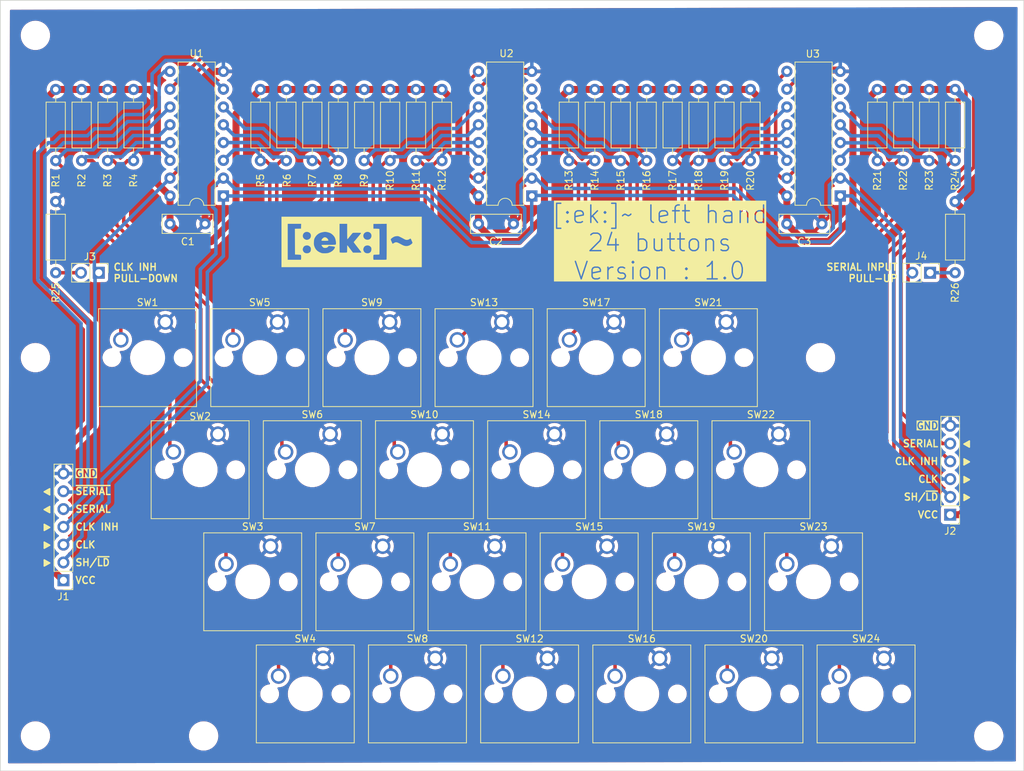
<source format=kicad_pcb>
(kicad_pcb (version 20221018) (generator pcbnew)
  (title_block (title "${TITLE1} - ${TITLE2}") (rev "${VERSION}"))
  (layers (0 "F.Cu" signal) (31 "B.Cu" signal) (34 "B.Paste" user) (35 "F.Paste" user) (36 "B.SilkS" user "B.Silkscreen") (37 "F.SilkS" user "F.Silkscreen") (38 "B.Mask" user) (39 "F.Mask" user) (44 "Edge.Cuts" user))
  (property "TITLE1" "[:ek:]~ left hand")
  (property "TITLE2" "24 buttons")
  (property "VERSION" "1.0")
  (net 0 "")
  (net 1 "VCC")
  (net 2 "GND")
  (net 3 "Net-(U1-D0)")
  (net 4 "Net-(U1-D1)")
  (net 5 "Net-(U1-D2)")
  (net 6 "Net-(U1-D3)")
  (net 7 "Net-(U1-D4)")
  (net 8 "Net-(U1-D5)")
  (net 9 "Net-(U1-D6)")
  (net 10 "Net-(U1-D7)")
  (net 11 "SH{slash}~{LD}")
  (net 12 "CLK")
  (net 13 "/Buttons 01-08/~{SERIAL_OUT}")
  (net 14 "Net-(U2-D6)")
  (net 15 "CLK INH")
  (net 16 "Net-(U2-D5)")
  (net 17 "Net-(U2-D4)")
  (net 18 "Net-(U2-D3)")
  (net 19 "Net-(U2-D2)")
  (net 20 "Net-(U2-D1)")
  (net 21 "Net-(U2-D0)")
  (net 22 "Net-(U2-D7)")
  (net 23 "/Buttons 09-16/~{SERIAL_OUT}")
  (net 24 "/Buttons 01-08/SERIAL_OUT")
  (net 25 "Net-(U3-D0)")
  (net 26 "Net-(U3-D1)")
  (net 27 "Net-(U3-D2)")
  (net 28 "Net-(U3-D3)")
  (net 29 "Net-(U3-D4)")
  (net 30 "Net-(U3-D5)")
  (net 31 "Net-(U3-D6)")
  (net 32 "Net-(U3-D7)")
  (net 33 "/Buttons 01-08/SERIAL_IN")
  (net 34 "/Buttons 09-16/SERIAL_IN")
  (net 35 "/Buttons 17-24/~{SERIAL_OUT}")
  (net 36 "/Buttons 17-24/SERIAL_IN")
  (net 37 "Net-(J3-Pin_2)")
  (net 38 "Net-(J4-Pin_1)")
  (footprint "Button_Switch_Keyboard:SW_Cherry_MX_1.00u_PCB" (layer "F.Cu") (at 81.14 115.32)
    (fp_text reference "SW3")
    (fp_text value "~")
  )
  (footprint "Button_Switch_Keyboard:SW_Cherry_MX_1.00u_PCB" (layer "F.Cu") (at 104.64 131.32)
    (fp_text reference "SW8")
    (fp_text value "~")
  )
  (footprint "Capacitor_THT:C_Rect_L7.0mm_W2.5mm_P5.00mm" (layer "F.Cu") (at 110.8 69.3)
    (fp_text reference "C2")
    (fp_text value "100nF")
  )
  (footprint "Resistor_THT:R_Axial_DIN0207_L6.3mm_D2.5mm_P10.16mm_Horizontal" (layer "F.Cu") (at 134.8 50.12 -90)
    (fp_text reference "R16")
    (fp_text value "10k")
  )
  (footprint "Resistor_THT:R_Axial_DIN0207_L6.3mm_D2.5mm_P10.16mm_Horizontal" (layer "F.Cu") (at 105.6 50.12 -90)
    (fp_text reference "R12")
    (fp_text value "10k")
  )
  (footprint "MountingHole:MountingHole_3.2mm_M3" (layer "F.Cu") (at 47.6 42.4)
    (fp_text reference "M3" hide)
    (fp_text value "MountingHole_3.2mm_M3" hide)
  )
  (footprint "Button_Switch_Keyboard:SW_Cherry_MX_1.00u_PCB" (layer "F.Cu") (at 137.64 99.32)
    (fp_text reference "SW18")
    (fp_text value "~")
  )
  (footprint "MountingHole:MountingHole_3.2mm_M3" (layer "F.Cu") (at 47.6 88.4)
    (fp_text reference "M1" hide)
    (fp_text value "MountingHole_3.2mm_M3" hide)
  )
  (footprint "Button_Switch_Keyboard:SW_Cherry_MX_1.00u_PCB" (layer "F.Cu") (at 153.64 99.32)
    (fp_text reference "SW22")
    (fp_text value "~")
  )
  (footprint "Resistor_THT:R_Axial_DIN0207_L6.3mm_D2.5mm_P10.16mm_Horizontal" (layer "F.Cu") (at 178.8 50.12 -90)
    (fp_text reference "R24")
    (fp_text value "10k")
  )
  (footprint "Package_DIP:DIP-16_W7.62mm" (layer "F.Cu") (at 74.42 65.32 180)
    (fp_text reference "U1")
    (fp_text value "74HC165")
  )
  (footprint "Button_Switch_Keyboard:SW_Cherry_MX_1.00u_PCB" (layer "F.Cu") (at 130.14 83.32)
    (fp_text reference "SW17")
    (fp_text value "~")
  )
  (footprint "Resistor_THT:R_Axial_DIN0207_L6.3mm_D2.5mm_P10.16mm_Horizontal" (layer "F.Cu") (at 57.9 50.12 -90)
    (fp_text reference "R3")
    (fp_text value "10k")
  )
  (footprint "Button_Switch_Keyboard:SW_Cherry_MX_1.00u_PCB" (layer "F.Cu") (at 146.14 83.32)
    (fp_text reference "SW21")
    (fp_text value "~")
  )
  (footprint "footprints:ek_logo_small" (layer "F.Cu") (at 92.71 71.882)
    (fp_text reference "")
    (fp_text value "" hide)
  )
  (footprint "Button_Switch_Keyboard:SW_Cherry_MX_1.00u_PCB" (layer "F.Cu") (at 114.14 83.32)
    (fp_text reference "SW13")
    (fp_text value "~")
  )
  (footprint "Resistor_THT:R_Axial_DIN0207_L6.3mm_D2.5mm_P10.16mm_Horizontal" (layer "F.Cu") (at 145.9 50.12 -90)
    (fp_text reference "R19")
    (fp_text value "10k")
  )
  (footprint "Resistor_THT:R_Axial_DIN0207_L6.3mm_D2.5mm_P10.16mm_Horizontal" (layer "F.Cu") (at 167.7 50.12 -90)
    (fp_text reference "R21")
    (fp_text value "10k")
  )
  (footprint "Resistor_THT:R_Axial_DIN0207_L6.3mm_D2.5mm_P10.16mm_Horizontal" (layer "F.Cu") (at 87.1 50.12 -90)
    (fp_text reference "R7")
    (fp_text value "10k")
  )
  (footprint "Button_Switch_Keyboard:SW_Cherry_MX_1.00u_PCB" (layer "F.Cu") (at 121.64 99.32)
    (fp_text reference "SW14")
    (fp_text value "~")
  )
  (footprint "Button_Switch_Keyboard:SW_Cherry_MX_1.00u_PCB" (layer "F.Cu") (at 145.14 115.32)
    (fp_text reference "SW19")
    (fp_text value "~")
  )
  (footprint "MountingHole:MountingHole_3.2mm_M3" (layer "F.Cu") (at 183.6 42.4)
    (fp_text reference "M2" hide)
    (fp_text value "MountingHole_3.2mm_M3" hide)
  )
  (footprint "Button_Switch_Keyboard:SW_Cherry_MX_1.00u_PCB" (layer "F.Cu") (at 136.64 131.32)
    (fp_text reference "SW16")
    (fp_text value "~")
  )
  (footprint "Resistor_THT:R_Axial_DIN0207_L6.3mm_D2.5mm_P10.16mm_Horizontal" (layer "F.Cu") (at 61.6 50.12 -90)
    (fp_text reference "R4")
    (fp_text value "10k")
  )
  (footprint "Resistor_THT:R_Axial_DIN0207_L6.3mm_D2.5mm_P10.16mm_Horizontal" (layer "F.Cu") (at 178.8 66.12 -90)
    (fp_text reference "R26")
    (fp_text value "10k")
  )
  (footprint "Resistor_THT:R_Axial_DIN0207_L6.3mm_D2.5mm_P10.16mm_Horizontal" (layer "F.Cu") (at 149.6 50.12 -90)
    (fp_text reference "R20")
    (fp_text value "10k")
  )
  (footprint "Connector_PinHeader_2.54mm:PinHeader_1x06_P2.54mm_Vertical" (layer "F.Cu") (at 178.1 110.825 180)
    (fp_text reference "J2")
    (fp_text value "Conn_01x06")
  )
  (footprint "Button_Switch_Keyboard:SW_Cherry_MX_1.00u_PCB" (layer "F.Cu") (at 129.14 115.32)
    (fp_text reference "SW15")
    (fp_text value "~")
  )
  (footprint "Resistor_THT:R_Axial_DIN0207_L6.3mm_D2.5mm_P10.16mm_Horizontal" (layer "F.Cu") (at 175.1 50.12 -90)
    (fp_text reference "R23")
    (fp_text value "10k")
  )
  (footprint "Connector_PinHeader_2.54mm:PinHeader_1x02_P2.54mm_Vertical" (layer "F.Cu") (at 56.64 76.28 -90)
    (fp_text reference "J3")
    (fp_text value "Conn_01x02")
  )
  (footprint "Button_Switch_Keyboard:SW_Cherry_MX_1.00u_PCB" (layer "F.Cu") (at 161.14 115.32)
    (fp_text reference "SW23")
    (fp_text value "~")
  )
  (footprint "Button_Switch_Keyboard:SW_Cherry_MX_1.00u_PCB" (layer "F.Cu") (at 98.14 83.32)
    (fp_text reference "SW9")
    (fp_text value "~")
  )
  (footprint "Resistor_THT:R_Axial_DIN0207_L6.3mm_D2.5mm_P10.16mm_Horizontal" (layer "F.Cu") (at 127.4 50.12 -90)
    (fp_text reference "R14")
    (fp_text value "10k")
  )
  (footprint "Button_Switch_Keyboard:SW_Cherry_MX_1.00u_PCB" (layer "F.Cu") (at 152.64 131.32)
    (fp_text reference "SW20")
    (fp_text value "~")
  )
  (footprint "Resistor_THT:R_Axial_DIN0207_L6.3mm_D2.5mm_P10.16mm_Horizontal" (layer "F.Cu") (at 83.4 50.12 -90)
    (fp_text reference "R6")
    (fp_text value "10k")
  )
  (footprint "Resistor_THT:R_Axial_DIN0207_L6.3mm_D2.5mm_P10.16mm_Horizontal" (layer "F.Cu") (at 123.7 50.12 -90)
    (fp_text reference "R13")
    (fp_text value "10k")
  )
  (footprint "Button_Switch_Keyboard:SW_Cherry_MX_1.00u_PCB" (layer "F.Cu") (at 113.14 115.32)
    (fp_text reference "SW11")
    (fp_text value "~")
  )
  (footprint "Button_Switch_Keyboard:SW_Cherry_MX_1.00u_PCB" (layer "F.Cu") (at 82.14 83.32)
    (fp_text reference "SW5")
    (fp_text value "~")
  )
  (footprint "Button_Switch_Keyboard:SW_Cherry_MX_1.00u_PCB" (layer "F.Cu") (at 89.64 99.32)
    (fp_text reference "SW6")
    (fp_text value "~")
  )
  (footprint "Package_DIP:DIP-16_W7.62mm" (layer "F.Cu") (at 118.42 65.32 180)
    (fp_text reference "U2")
    (fp_text value "74HC165")
  )
  (footprint "Connector_PinHeader_2.54mm:PinHeader_1x07_P2.54mm_Vertical" (layer "F.Cu") (at 51.6 120.18 180)
    (fp_text reference "J1")
    (fp_text value "Conn_01x07")
  )
  (footprint "Package_DIP:DIP-16_W7.62mm" (layer "F.Cu") (at 162.42 65.32 180)
    (fp_text reference "U3")
    (fp_text value "74HC165")
  )
  (footprint "Button_Switch_Keyboard:SW_Cherry_MX_1.00u_PCB" (layer "F.Cu") (at 88.64 131.32)
    (fp_text reference "SW4")
    (fp_text value "~")
  )
  (footprint "Resistor_THT:R_Axial_DIN0207_L6.3mm_D2.5mm_P10.16mm_Horizontal" (layer "F.Cu") (at 94.5 50.12 -90)
    (fp_text reference "R9")
    (fp_text value "10k")
  )
  (footprint "Resistor_THT:R_Axial_DIN0207_L6.3mm_D2.5mm_P10.16mm_Horizontal" (layer "F.Cu") (at 171.4 50.12 -90)
    (fp_text reference "R22")
    (fp_text value "10k")
  )
  (footprint "MountingHole:MountingHole_3.2mm_M3" (layer "F.Cu") (at 159.6 88.4)
    (fp_text reference "M4" hide)
    (fp_text value "MountingHole_3.2mm_M3" hide)
  )
  (footprint "MountingHole:MountingHole_3.2mm_M3" (layer "F.Cu") (at 183.6 142.4)
    (fp_text reference "M4" hide)
    (fp_text value "MountingHole_3.2mm_M3" hide)
  )
  (footprint "Resistor_THT:R_Axial_DIN0207_L6.3mm_D2.5mm_P10.16mm_Horizontal" (layer "F.Cu") (at 131.1 50.12 -90)
    (fp_text reference "R15")
    (fp_text value "10k")
  )
  (footprint "Button_Switch_Keyboard:SW_Cherry_MX_1.00u_PCB" (layer "F.Cu") (at 168.64 131.32)
    (fp_text reference "SW24")
    (fp_text value "~")
  )
  (footprint "Button_Switch_Keyboard:SW_Cherry_MX_1.00u_PCB" (layer "F.Cu") (at 105.64 99.32)
    (fp_text reference "SW10")
    (fp_text value "~")
  )
  (footprint "MountingHole:MountingHole_3.2mm_M3" (layer "F.Cu") (at 47.6 142.4)
    (fp_text reference "M4" hide)
    (fp_text value "MountingHole_3.2mm_M3" hide)
  )
  (footprint "Resistor_THT:R_Axial_DIN0207_L6.3mm_D2.5mm_P10.16mm_Horizontal" (layer "F.Cu") (at 79.7 50.12 -90)
    (fp_text reference "R5")
    (fp_text value "10k")
  )
  (footprint "Button_Switch_Keyboard:SW_Cherry_MX_1.00u_PCB" (layer "F.Cu") (at 97.14 115.32)
    (fp_text reference "SW7")
    (fp_text value "~")
  )
  (footprint "Connector_PinHeader_2.54mm:PinHeader_1x02_P2.54mm_Vertical" (layer "F.Cu") (at 175.23 76.28 -90)
    (fp_text reference "J4")
    (fp_text value "Conn_01x02")
  )
  (footprint "Resistor_THT:R_Axial_DIN0207_L6.3mm_D2.5mm_P10.16mm_Horizontal" (layer "F.Cu") (at 50.5 66.12 -90)
    (fp_text reference "R25")
    (fp_text value "10k")
  )
  (footprint "Resistor_THT:R_Axial_DIN0207_L6.3mm_D2.5mm_P10.16mm_Horizontal" (layer "F.Cu") (at 90.8 50.12 -90)
    (fp_text reference "R8")
    (fp_text value "10k")
  )
  (footprint "Capacitor_THT:C_Rect_L7.0mm_W2.5mm_P5.00mm" (layer "F.Cu") (at 154.8 69.3)
    (fp_text reference "C3")
    (fp_text value "100nF")
  )
  (footprint "Resistor_THT:R_Axial_DIN0207_L6.3mm_D2.5mm_P10.16mm_Horizontal" (layer "F.Cu") (at 101.9 50.12 -90)
    (fp_text reference "R11")
    (fp_text value "10k")
  )
  (footprint "Resistor_THT:R_Axial_DIN0207_L6.3mm_D2.5mm_P10.16mm_Horizontal" (layer "F.Cu") (at 142.2 50.12 -90)
    (fp_text reference "R18")
    (fp_text value "10k")
  )
  (footprint "Resistor_THT:R_Axial_DIN0207_L6.3mm_D2.5mm_P10.16mm_Horizontal" (layer "F.Cu") (at 54.2 50.12 -90)
    (fp_text reference "R2")
    (fp_text value "10k")
  )
  (footprint "Button_Switch_Keyboard:SW_Cherry_MX_1.00u_PCB" (layer "F.Cu") (at 66.14 83.32)
    (fp_text reference "SW1")
    (fp_text value "~")
  )
  (footprint "MountingHole:MountingHole_3.2mm_M3" (layer "F.Cu") (at 71.6 142.4)
    (fp_text reference "M1" hide)
    (fp_text value "MountingHole_3.2mm_M3" hide)
  )
  (footprint "Resistor_THT:R_Axial_DIN0207_L6.3mm_D2.5mm_P10.16mm_Horizontal" (layer "F.Cu") (at 138.5 50.12 -90)
    (fp_text reference "R17")
    (fp_text value "10k")
  )
  (footprint "Capacitor_THT:C_Rect_L7.0mm_W2.5mm_P5.00mm" (layer "F.Cu") (at 66.8 69.3)
    (fp_text reference "C1")
    (fp_text value "100nF")
  )
  (footprint "Button_Switch_Keyboard:SW_Cherry_MX_1.00u_PCB" (layer "F.Cu") (at 73.64 99.32)
    (fp_text reference "SW2")
    (fp_text value "~")
  )
  (footprint "Resistor_THT:R_Axial_DIN0207_L6.3mm_D2.5mm_P10.16mm_Horizontal" (layer "F.Cu") (at 98.2 50.12 -90)
    (fp_text reference "R10")
    (fp_text value "10k")
  )
  (footprint "Button_Switch_Keyboard:SW_Cherry_MX_1.00u_PCB" (layer "F.Cu") (at 120.64 131.32)
    (fp_text reference "SW12")
    (fp_text value "~")
  )
  (footprint "Resistor_THT:R_Axial_DIN0207_L6.3mm_D2.5mm_P10.16mm_Horizontal" (layer "F.Cu") (at 50.5 50.12 -90)
    (fp_text reference "R1")
    (fp_text value "10k")
  )
  (gr_line (start 42.6 37.4) (end 188.6 37.4) (stroke (width 0.1)) (layer "Edge.Cuts"))
  (gr_line (start 188.6 147.4) (end 42.6 147.4) (stroke (width 0.1)) (layer "Edge.Cuts"))
  (gr_line (start 188.6 147.4) (end 188.6 37.4) (stroke (width 0.1)) (layer "Edge.Cuts"))
  (gr_line (start 42.6 147.4) (end 42.6 37.4) (stroke (width 0.1)) (layer "Edge.Cuts"))
  (gr_text "▶\n" (at 179.7 108.285) (layer "F.SilkS") (effects (font (size 1 1) (thickness 0.2) bold) (justify left)))
  (gr_text "CLK INH\n" (at 176.5 103.205) (layer "F.SilkS") (effects (font (size 1 1) (thickness 0.2) bold) (justify right)))
  (gr_text "▶" (at 50 117.64) (layer "F.SilkS") (effects (font (size 1 1) (thickness 0.2) bold) (justify right)))
  (gr_text "SH/~{LD}" (at 53.2 117.64) (layer "F.SilkS") (effects (font (size 1 1) (thickness 0.2) bold) (justify left)))
  (gr_text "CLK\n" (at 53.2 115.1) (layer "F.SilkS") (effects (font (size 1 1) (thickness 0.2) bold) (justify left)))
  (gr_text "~{SERIAL}" (at 53.2 107.48) (layer "F.SilkS") (effects (font (size 1 1) (thickness 0.2) bold) (justify left)))
  (gr_text "VCC" (at 176.5 110.825) (layer "F.SilkS") (effects (font (size 1 1) (thickness 0.2) bold) (justify right)))
  (gr_text "CLK" (at 176.5 105.745) (layer "F.SilkS") (effects (font (size 1 1) (thickness 0.2) bold) (justify right)))
  (gr_text "CLK INH\n" (at 53.2 112.56) (layer "F.SilkS") (effects (font (size 1 1) (thickness 0.2) bold) (justify left)))
  (gr_text "SERIAL INPUT\nPULL-UP" (at 170.69 76.28) (layer "F.SilkS") (effects (font (size 1 1) (thickness 0.2) bold) (justify right)))
  (gr_text "◀\n" (at 50 107.48) (layer "F.SilkS") (effects (font (size 1 1) (thickness 0.2) bold) (justify right)))
  (gr_text "◀\n" (at 50 110.02) (layer "F.SilkS") (effects (font (size 1 1) (thickness 0.2) bold) (justify right)))
  (gr_text "▶\n" (at 179.7 105.745) (layer "F.SilkS") (effects (font (size 1 1) (thickness 0.2) bold) (justify left)))
  (gr_text "SERIAL" (at 53.2 110.02) (layer "F.SilkS") (effects (font (size 1 1) (thickness 0.2) bold) (justify left)))
  (gr_text "SERIAL" (at 176.5 100.665) (layer "F.SilkS") (effects (font (size 1 1) (thickness 0.2) bold) (justify right)))
  (gr_text "SH/~{LD}" (at 176.5 108.285) (layer "F.SilkS") (effects (font (size 1 1) (thickness 0.2) bold) (justify right)))
  (gr_text "▶" (at 50 115.1) (layer "F.SilkS") (effects (font (size 1 1) (thickness 0.2) bold) (justify right)))
  (gr_text "CLK INH\nPULL-DOWN" (at 58.64 76.28) (layer "F.SilkS") (effects (font (size 1 1) (thickness 0.2) bold) (justify left)))
  (gr_text "GND" (at 53.2 104.94) (layer "F.SilkS" knockout) (effects (font (size 1 1) (thickness 0.2) bold) (justify left)))
  (gr_text "▶" (at 50 112.56) (layer "F.SilkS") (effects (font (size 1 1) (thickness 0.2) bold) (justify right)))
  (gr_text "◀" (at 179.7 100.665) (layer "F.SilkS") (effects (font (size 1 1) (thickness 0.2) bold) (justify left)))
  (gr_text "VCC" (at 53.2 120.18) (layer "F.SilkS") (effects (font (size 1 1) (thickness 0.2) bold) (justify left)))
  (gr_text "▶\n" (at 179.7 103.205) (layer "F.SilkS") (effects (font (size 1 1) (thickness 0.2) bold) (justify left)))
  (gr_text "GND" (at 176.5 98.125) (layer "F.SilkS" knockout) (effects (font (size 1 1) (thickness 0.2) bold) (justify right)))
  (gr_text "${TITLE1}\n${TITLE2}\nVersion : ${VERSION}" (at 136.652 77.47) (layer "F.SilkS" knockout) (effects (font (size 2.5 2.5) (thickness 0.2) bold) (justify bottom)))
  (segment (start 108 62.56) (end 110.76 65.32) (width 1) (layer "F.Cu") (net 1))
  (segment (start 49.75 118.406296) (end 49.75 103.78) (width 1) (layer "F.Cu") (net 1))
  (segment (start 76.22 68.28) (end 72.66 71.84) (width 1) (layer "F.Cu") (net 1))
  (segment (start 49.89 78.08) (end 49.754415 78.08) (width 1) (layer "F.Cu") (net 1))
  (segment (start 49.75 103.78) (end 55.68 97.85) (width 1) (layer "F.Cu") (net 1))
  (segment (start 72.66 71.84) (end 69.34 71.84) (width 1) (layer "F.Cu") (net 1))
  (segment (start 116.6 71.81) (end 120.22 68.19) (width 1) (layer "F.Cu") (net 1))
  (segment (start 69.34 71.84) (end 66.8 69.3) (width 1) (layer "F.Cu") (net 1))
  (segment (start 79.7 50.12) (end 76.22 53.6) (width 1) (layer "F.Cu") (net 1))
  (segment (start 120.22 68.19) (end 120.22 53.6) (width 1) (layer "F.Cu") (net 1))
  (segment (start 180.616 109.684) (end 179.475 110.825) (width 1) (layer "F.Cu") (net 1))
  (segment (start 79.7 50.12) (end 105.6 50.12) (width 1) (layer "F.Cu") (net 1))
  (segment (start 51.6 120.18) (end 51.523704 120.18) (width 1) (layer "F.Cu") (net 1))
  (segment (start 180.616 67.936) (end 180.616 109.684) (width 1) (layer "F.Cu") (net 1))
  (segment (start 50.5 50.12) (end 61.6 50.12) (width 1) (layer "F.Cu") (net 1))
  (segment (start 105.6 50.12) (end 108 52.52) (width 1) (layer "F.Cu") (net 1))
  (segment (start 63.9 50.12) (end 61.6 50.12) (width 1) (layer "F.Cu") (net 1))
  (segment (start 66.8 65.32) (end 66.8 69.4) (width 1) (layer "F.Cu") (net 1))
  (segment (start 120.22 53.6) (end 123.7 50.12) (width 1) (layer "F.Cu") (net 1))
  (segment (start 164.22 68.37) (end 164.22 53.6) (width 1) (layer "F.Cu") (net 1))
  (segment (start 48.7 77.025585) (end 48.7 51.9) (width 1) (layer "F.Cu") (net 1))
  (segment (start 110.89 69.6) (end 113.1 71.81) (width 1) (layer "F.Cu") (net 1))
  (segment (start 151.95 52.47) (end 151.95 62.475585) (width 1) (layer "F.Cu") (net 1))
  (segment (start 178.8 66.12) (end 180.616 67.936) (width 1) (layer "F.Cu") (net 1))
  (segment (start 110.76 65.32) (end 110.8 65.32) (width 1) (layer "F.Cu") (net 1))
  (segment (start 151.95 62.475585) (end 154.794415 65.32) (width 1) (layer "F.Cu") (net 1))
  (segment (start 154.8 69.3) (end 157.3 71.8) (width 1) (layer "F.Cu") (net 1))
  (segment (start 149.6 50.12) (end 151.95 52.47) (width 1) (layer "F.Cu") (net 1))
  (segment (start 167.7 50.12) (end 178.8 50.12) (width 1) (layer "F.Cu") (net 1))
  (segment (start 66.77 65.32) (end 65 63.55) (width 1) (layer "F.Cu") (net 1))
  (segment (start 179.475 110.825) (end 178.1 110.825) (width 1) (layer "F.Cu") (net 1))
  (segment (start 49.754415 78.08) (end 48.7 77.025585) (width 1) (layer "F.Cu") (net 1))
  (segment (start 48.7 51.9) (end 50.48 50.12) (width 1) (layer "F.Cu") (net 1))
  (segment (start 55.68 97.85) (end 55.68 83.87) (width 1) (layer "F.Cu") (net 1))
  (segment (start 157.3 71.8) (end 160.79 71.8) (width 1) (layer "F.Cu") (net 1))
  (segment (start 65 51.22) (end 63.9 50.12) (width 1) (layer "F.Cu") (net 1))
  (segment (start 55.68 83.87) (end 49.89 78.08) (width 1) (layer "F.Cu") (net 1))
  (segment (start 154.8 65.32) (end 154.8 69.4) (width 1) (layer "F.Cu") (net 1))
  (segment (start 123.7 50.12) (end 149.6 50.12) (width 1) (layer "F.Cu") (net 1))
  (segment (start 110.8 65.32) (end 110.8 69.4) (width 1) (layer "F.Cu") (net 1))
  (segment (start 160.79 71.8) (end 164.22 68.37) (width 1) (layer "F.Cu") (net 1))
  (segment (start 76.22 53.6) (end 76.22 68.28) (width 1) (layer "F.Cu") (net 1))
  (segment (start 113.1 71.81) (end 116.6 71.81) (width 1) (layer "F.Cu") (net 1))
  (segment (start 178.075 110.8) (end 178.1 110.825) (width 1) (layer "F.Cu") (net 1))
  (segment (start 51.523704 120.18) (end 49.75 118.406296) (width 1) (layer "F.Cu") (net 1))
  (segment (start 154.794415 65.32) (end 154.8 65.32) (width 1) (layer "F.Cu") (net 1))
  (segment (start 108 52.52) (end 108 62.56) (width 1) (layer "F.Cu") (net 1))
  (segment (start 50.48 50.12) (end 50.5 50.12) (width 1) (layer "F.Cu") (net 1))
  (segment (start 65 63.55) (end 65 51.22) (width 1) (layer "F.Cu") (net 1))
  (segment (start 164.22 53.6) (end 167.7 50.12) (width 1) (layer "F.Cu") (net 1))
  (segment (start 66.8 65.32) (end 66.77 65.32) (width 1) (layer "F.Cu") (net 1))
  (segment (start 180.6 64.32) (end 180.6 51.92) (width 1) (layer "B.Cu") (net 1))
  (segment (start 180.6 51.92) (end 178.8 50.12) (width 1) (layer "B.Cu") (net 1))
  (segment (start 178.8 66.12) (end 180.6 64.32) (width 1) (layer "B.Cu") (net 1))
  (segment (start 162.23099 47.35099) (end 162.42 47.54) (width 1) (layer "F.Cu") (net 2))
  (segment (start 118.42 47.54) (end 116.52198 47.54) (width 1) (layer "F.Cu") (net 2))
  (segment (start 159.8 48.26198) (end 160.71099 47.35099) (width 1) (layer "F.Cu") (net 2))
  (segment (start 160.71099 47.35099) (end 162.23099 47.35099) (width 1) (layer "F.Cu") (net 2))
  (segment (start 115.8 48.26198) (end 115.8 69.3) (width 1) (layer "F.Cu") (net 2))
  (segment (start 159.8 69.3) (end 159.8 48.26198) (width 1) (layer "F.Cu") (net 2))
  (segment (start 71.8 48.26198) (end 72.52198 47.54) (width 1) (layer "F.Cu") (net 2))
  (segment (start 116.52198 47.54) (end 115.8 48.26198) (width 1) (layer "F.Cu") (net 2))
  (segment (start 72.52198 47.54) (end 74.42 47.54) (width 1) (layer "F.Cu") (net 2))
  (segment (start 71.8 69.3) (end 71.8 48.26198) (width 1) (layer "F.Cu") (net 2))
  (segment (start 59.79 72.888428) (end 59.79 85.86) (width 0.5) (layer "F.Cu") (net 3))
  (segment (start 57.2 70.298428) (end 59.79 72.888428) (width 0.5) (layer "F.Cu") (net 3))
  (segment (start 55.843754 61.83) (end 57.2 63.186246) (width 0.5) (layer "F.Cu") (net 3))
  (segment (start 50.5 60.3) (end 52.03 61.83) (width 0.5) (layer "F.Cu") (net 3))
  (segment (start 57.2 63.186246) (end 57.2 70.298428) (width 0.5) (layer "F.Cu") (net 3))
  (segment (start 52.03 61.83) (end 55.843754 61.83) (width 0.5) (layer "F.Cu") (net 3))
  (segment (start 50.5 60.28) (end 50.5 60.3) (width 0.5) (layer "F.Cu") (net 3))
  (segment (start 56.843754 57.73) (end 55.843754 58.73) (width 0.5) (layer "B.Cu") (net 3))
  (segment (start 55.843754 58.73) (end 52.05 58.73) (width 0.5) (layer "B.Cu") (net 3))
  (segment (start 66.8 52.62) (end 63.72 55.7) (width 0.5) (layer "B.Cu") (net 3))
  (segment (start 63.72 55.7) (end 61.159541 55.699999) (width 0.5) (layer "B.Cu") (net 3))
  (segment (start 61.159541 55.699999) (end 59.12954 57.73) (width 0.5) (layer "B.Cu") (net 3))
  (segment (start 52.05 58.73) (end 50.5 60.28) (width 0.5) (layer "B.Cu") (net 3))
  (segment (start 59.12954 57.73) (end 56.843754 57.73) (width 0.5) (layer "B.Cu") (net 3))
  (segment (start 66.78 86.75) (end 66.78 101.35) (width 0.5) (layer "F.Cu") (net 4))
  (segment (start 66.78 101.35) (end 67.29 101.86) (width 0.5) (layer "F.Cu") (net 4))
  (segment (start 56.35 60.91) (end 56.35 60.922032) (width 0.5) (layer "F.Cu") (net 4))
  (segment (start 55.72 60.28) (end 56.35 60.91) (width 0.5) (layer "F.Cu") (net 4))
  (segment (start 70.2 83.33) (end 66.78 86.75) (width 0.5) (layer "F.Cu") (net 4))
  (segment (start 57.27 61.83) (end 58.2 62.76) (width 0.5) (layer "F.Cu") (net 4))
  (segment (start 54.2 60.28) (end 55.72 60.28) (width 0.5) (layer "F.Cu") (net 4))
  (segment (start 70.2 81.884214) (end 70.2 83.33) (width 0.5) (layer "F.Cu") (net 4))
  (segment (start 58.2 69.884214) (end 70.2 81.884214) (width 0.5) (layer "F.Cu") (net 4))
  (segment (start 57.257968 61.83) (end 57.27 61.83) (width 0.5) (layer "F.Cu") (net 4))
  (segment (start 58.2 62.76) (end 58.2 69.884214) (width 0.5) (layer "F.Cu") (net 4))
  (segment (start 56.35 60.922032) (end 57.257968 61.83) (width 0.5) (layer "F.Cu") (net 4))
  (segment (start 65.26 56.7) (end 66.8 55.16) (width 0.5) (layer "B.Cu") (net 4))
  (segment (start 59.543754 58.73) (end 61.573755 56.699999) (width 0.5) (layer "B.Cu") (net 4))
  (segment (start 61.573755 56.699999) (end 65.26 56.7) (width 0.5) (layer "B.Cu") (net 4))
  (segment (start 56.257968 59.73) (end 57.257968 58.73) (width 0.5) (layer "B.Cu") (net 4))
  (segment (start 54.75 59.73) (end 56.257968 59.73) (width 0.5) (layer "B.Cu") (net 4))
  (segment (start 57.257968 58.73) (end 59.543754 58.73) (width 0.5) (layer "B.Cu") (net 4))
  (segment (start 54.2 60.28) (end 54.75 59.73) (width 0.5) (layer "B.Cu") (net 4))
  (segment (start 57.9 60.28) (end 58.71 60.28) (width 0.5) (layer "F.Cu") (net 5))
  (segment (start 59.2 60.77) (end 59.2 69.47) (width 0.5) (layer "F.Cu") (net 5))
  (segment (start 74.79 112.662) (end 74.79 117.86) (width 0.5) (layer "F.Cu") (net 5))
  (segment (start 71.2 91.52) (end 78.74 99.06) (width 0.5) (layer "F.Cu") (net 5))
  (segment (start 78.74 108.712) (end 74.79 112.662) (width 0.5) (layer "F.Cu") (net 5))
  (segment (start 71.2 81.47) (end 71.2 91.52) (width 0.5) (layer "F.Cu") (net 5))
  (segment (start 58.71 60.28) (end 59.2 60.77) (width 0.5) (layer "F.Cu") (net 5))
  (segment (start 59.2 69.47) (end 71.2 81.47) (width 0.5) (layer "F.Cu") (net 5))
  (segment (start 78.74 99.06) (end 78.74 108.712) (width 0.5) (layer "F.Cu") (net 5))
  (segment (start 58.45 59.73) (end 59.957968 59.73) (width 0.5) (layer "B.Cu") (net 5))
  (segment (start 59.957968 59.73) (end 61.987969 57.699999) (width 0.5) (layer "B.Cu") (net 5))
  (segment (start 61.987969 57.699999) (end 66.8 57.7) (width 0.5) (layer "B.Cu") (net 5))
  (segment (start 57.9 60.28) (end 58.45 59.73) (width 0.5) (layer "B.Cu") (net 5))
  (segment (start 72.2 91.105786) (end 79.756 98.661786) (width 0.5) (layer "F.Cu") (net 6))
  (segment (start 79.756 98.661786) (end 79.756 108.712) (width 0.5) (layer "F.Cu") (net 6))
  (segment (start 82.29 129.42) (end 82.29 133.86) (width 0.5) (layer "F.Cu") (net 6))
  (segment (start 86.614 125.096) (end 82.29 129.42) (width 0.5) (layer "F.Cu") (net 6))
  (segment (start 79.756 108.712) (end 86.614 115.57) (width 0.5) (layer "F.Cu") (net 6))
  (segment (start 72.2 81.055786) (end 72.2 91.105786) (width 0.5) (layer "F.Cu") (net 6))
  (segment (start 60.2 60.83) (end 60.2 69.055786) (width 0.5) (layer "F.Cu") (net 6))
  (segment (start 86.614 115.57) (end 86.614 125.096) (width 0.5) (layer "F.Cu") (net 6))
  (segment (start 60.2 69.055786) (end 72.2 81.055786) (width 0.5) (layer "F.Cu") (net 6))
  (segment (start 61.6 60.28) (end 60.75 60.28) (width 0.5) (layer "F.Cu") (net 6))
  (segment (start 60.75 60.28) (end 60.2 60.83) (width 0.5) (layer "F.Cu") (net 6))
  (segment (start 66.16 59.25) (end 66.8 59.89) (width 0.5) (layer "B.Cu") (net 6))
  (segment (start 61.6 60.28) (end 61.6 59.502182) (width 0.5) (layer "B.Cu") (net 6))
  (segment (start 66.8 59.89) (end 66.8 60.24) (width 0.5) (layer "B.Cu") (net 6))
  (segment (start 61.6 59.502182) (end 62.402183 58.699999) (width 0.5) (layer "B.Cu") (net 6))
  (segment (start 66.157968 59.25) (end 66.16 59.25) (width 0.5) (layer "B.Cu") (net 6))
  (segment (start 62.402183 58.699999) (end 65.607967 58.699999) (width 0.5) (layer "B.Cu") (net 6))
  (segment (start 65.607967 58.699999) (end 66.157968 59.25) (width 0.5) (layer "B.Cu") (net 6))
  (segment (start 75.79 83.97) (end 75.79 85.86) (width 0.5) (layer "F.Cu") (net 7))
  (segment (start 79.7 60.28) (end 80.47 60.28) (width 0.5) (layer "F.Cu") (net 7))
  (segment (start 81.029999 78.730001) (end 75.79 83.97) (width 0.5) (layer "F.Cu") (net 7))
  (segment (start 81.029999 60.839999) (end 81.029999 78.730001) (width 0.5) (layer "F.Cu") (net 7))
  (segment (start 80.47 60.28) (end 81.029999 60.839999) (width 0.5) (layer "F.Cu") (net 7))
  (segment (start 75.96 58.7) (end 74.42 60.24) (width 0.5) (layer "B.Cu") (net 7))
  (segment (start 79.7 59.502182) (end 78.897818 58.7) (width 0.5) (layer "B.Cu") (net 7))
  (segment (start 79.7 60.28) (end 79.7 59.502182) (width 0.5) (layer "B.Cu") (net 7))
  (segment (start 78.897818 58.7) (end 75.96 58.7) (width 0.5) (layer "B.Cu") (net 7))
  (segment (start 84.44 85.2) (end 82.76 86.88) (width 0.5) (layer "F.Cu") (net 8))
  (segment (start 82.76 101.33) (end 83.29 101.86) (width 0.5) (layer "F.Cu") (net 8))
  (segment (start 83.4 60.28) (end 82.67 60.28) (width 0.5) (layer "F.Cu") (net 8))
  (segment (start 82.67 60.28) (end 82.03 60.92) (width 0.5) (layer "F.Cu") (net 8))
  (segment (start 82.03 60.92) (end 82.03 78.95) (width 0.5) (layer "F.Cu") (net 8))
  (segment (start 82.03 78.95) (end 84.44 81.36) (width 0.5) (layer "F.Cu") (net 8))
  (segment (start 82.76 86.88) (end 82.76 101.33) (width 0.5) (layer "F.Cu") (net 8))
  (segment (start 84.44 81.36) (end 84.44 85.2) (width 0.5) (layer "F.Cu") (net 8))
  (segment (start 82.88 59.76) (end 83.4 60.28) (width 0.5) (layer "B.Cu") (net 8))
  (segment (start 81.372032 59.76) (end 82.88 59.76) (width 0.5) (layer "B.Cu") (net 8))
  (segment (start 74.42 57.7) (end 79.312032 57.7) (width 0.5) (layer "B.Cu") (net 8))
  (segment (start 79.312032 57.7) (end 81.372032 59.76) (width 0.5) (layer "B.Cu") (net 8))
  (segment (start 86.99 67.245786) (end 86.99 91.194214) (width 0.5) (layer "F.Cu") (net 9))
  (segment (start 88.46 60.93) (end 88.46 65.775786) (width 0.5) (layer "F.Cu") (net 9))
  (segment (start 87.1 60.28) (end 87.81 60.28) (width 0.5) (layer "F.Cu") (net 9))
  (segment (start 94.742 108.712) (end 90.79 112.664) (width 0.5) (layer "F.Cu") (net 9))
  (segment (start 88.46 65.775786) (end 86.99 67.245786) (width 0.5) (layer "F.Cu") (net 9))
  (segment (start 94.742 98.946214) (end 94.742 108.712) (width 0.5) (layer "F.Cu") (net 9))
  (segment (start 90.79 112.664) (end 90.79 117.86) (width 0.5) (layer "F.Cu") (net 9))
  (segment (start 87.81 60.28) (end 88.46 60.93) (width 0.5) (layer "F.Cu") (net 9))
  (segment (start 86.99 91.194214) (end 94.742 98.946214) (width 0.5) (layer "F.Cu") (net 9))
  (segment (start 81.736246 58.71) (end 79.726245 56.699999) (width 0.5) (layer "B.Cu") (net 9))
  (segment (start 85.12 59.78) (end 84.05 58.71) (width 0.5) (layer "B.Cu") (net 9))
  (segment (start 84.05 58.71) (end 81.736246 58.71) (width 0.5) (layer "B.Cu") (net 9))
  (segment (start 75.96 56.7) (end 74.42 55.16) (width 0.5) (layer "B.Cu") (net 9))
  (segment (start 79.726245 56.699999) (end 75.96 56.7) (width 0.5) (layer "B.Cu") (net 9))
  (segment (start 86.6 59.78) (end 85.12 59.78) (width 0.5) (layer "B.Cu") (net 9))
  (segment (start 87.1 60.28) (end 86.6 59.78) (width 0.5) (layer "B.Cu") (net 9))
  (segment (start 89.46 66.19) (end 87.99 67.66) (width 0.5) (layer "F.Cu") (net 10))
  (segment (start 95.758 108.766) (end 102.616 115.624) (width 0.5) (layer "F.Cu") (net 10))
  (segment (start 90.8 60.28) (end 90.04 60.28) (width 0.5) (layer "F.Cu") (net 10))
  (segment (start 98.29 129.6) (end 98.29 133.86) (width 0.5) (layer "F.Cu") (net 10))
  (segment (start 90.04 60.28) (end 89.46 60.86) (width 0.5) (layer "F.Cu") (net 10))
  (segment (start 87.99 67.66) (end 87.99 90.78) (width 0.5) (layer "F.Cu") (net 10))
  (segment (start 95.758 98.548) (end 95.758 108.766) (width 0.5) (layer "F.Cu") (net 10))
  (segment (start 102.616 115.624) (end 102.616 125.274) (width 0.5) (layer "F.Cu") (net 10))
  (segment (start 89.46 60.86) (end 89.46 66.19) (width 0.5) (layer "F.Cu") (net 10))
  (segment (start 87.99 90.78) (end 95.758 98.548) (width 0.5) (layer "F.Cu") (net 10))
  (segment (start 102.616 125.274) (end 98.29 129.6) (width 0.5) (layer "F.Cu") (net 10))
  (segment (start 85.484214 58.73) (end 89.25 58.73) (width 0.5) (layer "B.Cu") (net 10))
  (segment (start 74.42 52.62) (end 77.5 55.7) (width 0.5) (layer "B.Cu") (net 10))
  (segment (start 77.5 55.7) (end 80.140459 55.699999) (width 0.5) (layer "B.Cu") (net 10))
  (segment (start 80.140459 55.699999) (end 82.15046 57.71) (width 0.5) (layer "B.Cu") (net 10))
  (segment (start 89.25 58.73) (end 90.8 60.28) (width 0.5) (layer "B.Cu") (net 10))
  (segment (start 82.15046 57.71) (end 84.464214 57.71) (width 0.5) (layer "B.Cu") (net 10))
  (segment (start 84.464214 57.71) (end 85.484214 58.73) (width 0.5) (layer "B.Cu") (net 10))
  (segment (start 118.42 65.32) (end 118.4 65.34) (width 0.5) (layer "B.Cu") (net 11))
  (segment (start 58.110001 106.179999) (end 72.13 92.16) (width 0.5) (layer "B.Cu") (net 11))
  (segment (start 51.6 117.64) (end 51.6 117.362742) (width 0.5) (layer "B.Cu") (net 11))
  (segment (start 147.143754 65.25) (end 153.753754 71.86) (width 0.5) (layer "B.Cu") (net 11))
  (segment (start 74.42 73.91) (end 74.42 65.32) (width 0.5) (layer "B.Cu") (net 11))
  (segment (start 103.213754 65.32) (end 74.42 65.32) (width 0.5) (layer "B.Cu") (net 11))
  (segment (start 162.43 65.31) (end 162.42 65.32) (width 0.5) (layer "B.Cu") (net 11))
  (segment (start 72.13 76.2) (end 74.42 73.91) (width 0.5) (layer "B.Cu") (net 11))
  (segment (start 116.736246 71.97) (end 109.863754 71.97) (width 0.5) (layer "B.Cu") (net 11))
  (segment (start 109.863754 71.97) (end 103.213754 65.32) (width 0.5) (layer "B.Cu") (net 11))
  (segment (start 51.6 117.362742) (end 53.2 115.762742) (width 0.5) (layer "B.Cu") (net 11))
  (segment (start 118.49 65.25) (end 147.143754 65.25) (width 0.5) (layer "B.Cu") (net 11))
  (segment (start 118.4 65.34) (end 118.4 70.306246) (width 0.5) (layer "B.Cu") (net 11))
  (segment (start 53.2 115.762742) (end 53.2 114.924214) (width 0.5) (layer "B.Cu") (net 11))
  (segment (start 118.4 70.306246) (end 116.736246 71.97) (width 0.5) (layer "B.Cu") (net 11))
  (segment (start 170.02 100.205) (end 170.02 71.234214) (width 0.5) (layer "B.Cu") (net 11))
  (segment (start 170.02 71.234214) (end 164.095786 65.31) (width 0.5) (layer "B.Cu") (net 11))
  (segment (start 54.250001 113.874213) (end 54.25 112.864214) (width 0.5) (layer "B.Cu") (net 11))
  (segment (start 164.095786 65.31) (end 162.43 65.31) (width 0.5) (layer "B.Cu") (net 11))
  (segment (start 118.42 65.32) (end 118.49 65.25) (width 0.5) (layer "B.Cu") (net 11))
  (segment (start 178.1 108.285) (end 170.02 100.205) (width 0.5) (layer "B.Cu") (net 11))
  (segment (start 54.25 112.864214) (end 58.110001 109.004213) (width 0.5) (layer "B.Cu") (net 11))
  (segment (start 58.110001 109.004213) (end 58.110001 106.179999) (width 0.5) (layer "B.Cu") (net 11))
  (segment (start 72.13 92.16) (end 72.13 76.2) (width 0.5) (layer "B.Cu") (net 11))
  (segment (start 162.420002 70.286244) (end 162.42 65.32) (width 0.5) (layer "B.Cu") (net 11))
  (segment (start 153.753754 71.86) (end 160.846246 71.86) (width 0.5) (layer "B.Cu") (net 11))
  (segment (start 53.2 114.924214) (end 54.250001 113.874213) (width 0.5) (layer "B.Cu") (net 11))
  (segment (start 160.846246 71.86) (end 162.420002 70.286244) (width 0.5) (layer "B.Cu") (net 11))
  (segment (start 74.245786 62.78) (end 74.42 62.78) (width 0.5) (layer "B.Cu") (net 12))
  (segment (start 53.25 113.46) (end 53.25 112.45) (width 0.5) (layer "B.Cu") (net 12))
  (segment (start 53.25 112.45) (end 57.110001 108.589999) (width 0.5) (layer "B.Cu") (net 12))
  (segment (start 117.86 62.78) (end 116.87 63.77) (width 0.5) (layer "B.Cu") (net 12))
  (segment (start 178.1 105.745) (end 176.974214 105.745) (width 0.5) (layer "B.Cu") (net 12))
  (segment (start 161.86 62.78) (end 162.42 62.78) (width 0.5) (layer "B.Cu") (net 12))
  (segment (start 117.4 69.892032) (end 116.432032 70.86) (width 0.5) (layer "B.Cu") (net 12))
  (segment (start 160.432032 70.86) (end 161.420001 69.872031) (width 0.5) (layer "B.Cu") (net 12))
  (segment (start 147.557968 64.25) (end 154.167968 70.86) (width 0.5) (layer "B.Cu") (net 12))
  (segment (start 57.110001 105.765785) (end 71.13 91.745786) (width 0.5) (layer "B.Cu") (net 12))
  (segment (start 161.42 67.42) (end 160.87 66.87) (width 0.5) (layer "B.Cu") (net 12))
  (segment (start 116.87 63.77) (end 116.87 66.56) (width 0.5) (layer "B.Cu") (net 12))
  (segment (start 162.98 62.78) (end 162.42 62.78) (width 0.5) (layer "B.Cu") (net 12))
  (segment (start 171.02 70.82) (end 162.98 62.78) (width 0.5) (layer "B.Cu") (net 12))
  (segment (start 103.627968 64.32) (end 76.09 64.32) (width 0.5) (layer "B.Cu") (net 12))
  (segment (start 110.167968 70.86) (end 103.627968 64.32) (width 0.5) (layer "B.Cu") (net 12))
  (segment (start 73.35 67.35) (end 72.87 66.87) (width 0.5) (layer "B.Cu") (net 12))
  (segment (start 176.974214 105.745) (end 171.02 99.790786) (width 0.5) (layer "B.Cu") (net 12))
  (segment (start 73.35 73.565786) (end 73.35 67.35) (width 0.5) (layer "B.Cu") (net 12))
  (segment (start 171.02 99.790786) (end 171.02 70.82) (width 0.5) (layer "B.Cu") (net 12))
  (segment (start 71.13 91.745786) (end 71.13 75.785786) (width 0.5) (layer "B.Cu") (net 12))
  (segment (start 120.45 64.25) (end 147.557968 64.25) (width 0.5) (layer "B.Cu") (net 12))
  (segment (start 154.167968 70.86) (end 160.432032 70.86) (width 0.5) (layer "B.Cu") (net 12))
  (segment (start 118.42 62.78) (end 118.98 62.78) (width 0.5) (layer "B.Cu") (net 12))
  (segment (start 72.87 64.155786) (end 74.245786 62.78) (width 0.5) (layer "B.Cu") (net 12))
  (segment (start 57.110001 108.589999) (end 57.110001 105.765785) (width 0.5) (layer "B.Cu") (net 12))
  (segment (start 116.432032 70.86) (end 110.167968 70.86) (width 0.5) (layer "B.Cu") (net 12))
  (segment (start 71.13 75.785786) (end 73.35 73.565786) (width 0.5) (layer "B.Cu") (net 12))
  (segment (start 118.98 62.78) (end 120.45 64.25) (width 0.5) (layer "B.Cu") (net 12))
  (segment (start 117.4 67.09) (end 117.4 69.892032) (width 0.5) (layer "B.Cu") (net 12))
  (segment (start 76.09 64.32) (end 74.55 62.78) (width 0.5) (layer "B.Cu") (net 12))
  (segment (start 160.87 63.77) (end 161.86 62.78) (width 0.5) (layer "B.Cu") (net 12))
  (segment (start 160.87 66.87) (end 160.87 63.77) (width 0.5) (layer "B.Cu") (net 12))
  (segment (start 51.61 115.1) (end 53.25 113.46) (width 0.5) (layer "B.Cu") (net 12))
  (segment (start 74.55 62.78) (end 74.42 62.78) (width 0.5) (layer "B.Cu") (net 12))
  (segment (start 161.420001 69.872031) (end 161.42 67.42) (width 0.5) (layer "B.Cu") (net 12))
  (segment (start 116.87 66.56) (end 117.4 67.09) (width 0.5) (layer "B.Cu") (net 12))
  (segment (start 118.42 62.78) (end 117.86 62.78) (width 0.5) (layer "B.Cu") (net 12))
  (segment (start 51.6 115.1) (end 51.61 115.1) (width 0.5) (layer "B.Cu") (net 12))
  (segment (start 72.87 66.87) (end 72.87 64.155786) (width 0.5) (layer "B.Cu") (net 12))
  (segment (start 62.891574 53.699998) (end 60.331114 53.699998) (width 0.5) (layer "B.Cu") (net 13))
  (segment (start 60.331114 53.699998) (end 58.301112 55.73) (width 0.5) (layer "B.Cu") (net 13))
  (segment (start 55.015326 56.73) (end 51.221572 56.73) (width 0.5) (layer "B.Cu") (net 13))
  (segment (start 70.33 45.99) (end 66.157968 45.99) (width 0.5) (layer "B.Cu") (net 13))
  (segment (start 64.25 52.341572) (end 62.891574 53.699998) (width 0.5) (layer "B.Cu") (net 13))
  (segment (start 64.25 47.897968) (end 64.25 52.341572) (width 0.5) (layer "B.Cu") (net 13))
  (segment (start 54.11 107.221572) (end 53.741572 107.59) (width 0.5) (layer "B.Cu") (net 13))
  (segment (start 74.42 50.08) (end 70.33 45.99) (width 0.5) (layer "B.Cu") (net 13))
  (segment (start 56.015326 55.73) (end 55.015326 56.73) (width 0.5) (layer "B.Cu") (net 13))
  (segment (start 47.949999 59.223755) (end 47.95 77.336246) (width 0.5) (layer "B.Cu") (net 13))
  (segment (start 58.301112 55.73) (end 56.015326 55.73) (width 0.5) (layer "B.Cu") (net 13))
  (segment (start 50.221573 57.729999) (end 49.443755 57.729999) (width 0.5) (layer "B.Cu") (net 13))
  (segment (start 54.11 83.496246) (end 54.11 107.221572) (width 0.5) (layer "B.Cu") (net 13))
  (segment (start 49.443755 57.729999) (end 47.949999 59.223755) (width 0.5) (layer "B.Cu") (net 13))
  (segment (start 53.741572 107.59) (end 51.71 107.59) (width 0.5) (layer "B.Cu") (net 13))
  (segment (start 66.157968 45.99) (end 64.25 47.897968) (width 0.5) (layer "B.Cu") (net 13))
  (segment (start 51.221572 56.73) (end 50.221573 57.729999) (width 0.5) (layer "B.Cu") (net 13))
  (segment (start 47.95 77.336246) (end 54.11 83.496246) (width 0.5) (layer "B.Cu") (net 13))
  (segment (start 51.71 107.59) (end 51.6 107.48) (width 0.5) (layer "B.Cu") (net 13))
  (segment (start 126.5 98.76) (end 126.5 108.958) (width 0.5) (layer "F.Cu") (net 14))
  (segment (start 131.69 60.28) (end 132.44 61.03) (width 0.5) (layer "F.Cu") (net 14))
  (segment (start 122.79 112.668) (end 122.79 117.86) (width 0.5) (layer "F.Cu") (net 14))
  (segment (start 131.1 60.28) (end 131.69 60.28) (width 0.5) (layer "F.Cu") (net 14))
  (segment (start 119.08 80.765786) (end 119.08 91.34) (width 0.5) (layer "F.Cu") (net 14))
  (segment (start 132.44 67.405786) (end 119.08 80.765786) (width 0.5) (layer "F.Cu") (net 14))
  (segment (start 126.5 108.958) (end 122.79 112.668) (width 0.5) (layer "F.Cu") (net 14))
  (segment (start 132.44 61.03) (end 132.44 67.405786) (width 0.5) (layer "F.Cu") (net 14))
  (segment (start 119.08 91.34) (end 126.5 98.76) (width 0.5) (layer "F.Cu") (net 14))
  (segment (start 119.96 56.7) (end 123.764214 56.7) (width 0.5) (layer "B.Cu") (net 14))
  (segment (start 126.717969 58.769999) (end 126.757968 58.73) (width 0.5) (layer "B.Cu") (net 14))
  (segment (start 128.042032 58.73) (end 129.112032 59.8) (width 0.5) (layer "B.Cu") (net 14))
  (segment (start 123.764214 56.7) (end 125.834214 58.77) (width 0.5) (layer "B.Cu") (net 14))
  (segment (start 118.42 55.16) (end 119.96 56.7) (width 0.5) (layer "B.Cu") (net 14))
  (segment (start 126.757968 58.73) (end 128.042032 58.73) (width 0.5) (layer "B.Cu") (net 14))
  (segment (start 130.62 59.8) (end 131.1 60.28) (width 0.5) (layer "B.Cu") (net 14))
  (segment (start 129.112032 59.8) (end 130.62 59.8) (width 0.5) (layer "B.Cu") (net 14))
  (segment (start 125.834214 58.77) (end 126.717969 58.769999) (width 0.5) (layer "B.Cu") (net 14))
  (segment (start 176.25 69.162642) (end 176.25 65.005786) (width 0.5) (layer "F.Cu") (net 15))
  (segment (start 156.35 49.944214) (end 156.35 61.23) (width 0.5) (layer "F.Cu") (net 15))
  (segment (start 177.922033 63.349999) (end 180.35 60.922032) (width 0.5) (layer "F.Cu") (net 15))
  (segment (start 68.35 49.944214) (end 68.35 61.23) (width 0.5) (layer "F.Cu") (net 15))
  (segment (start 72.304214 45.99) (end 68.35 49.944214) (width 0.5) (layer "F.Cu") (net 15))
  (segment (start 150.29 48.57) (end 122.92 48.57) (width 0.5) (layer "F.Cu") (net 15))
  (segment (start 109.987766 62.78) (end 109.25 62.042234) (width 0.5) (layer "F.Cu") (net 15))
  (segment (start 153.2 51.48) (end 150.29 48.57) (width 0.5) (layer "F.Cu") (net 15))
  (segment (start 68.35 61.23) (end 66.8 62.78) (width 0.5) (layer "F.Cu") (net 15))
  (segment (start 76.56 45.99) (end 72.304214 45.99) (width 0.5) (layer "F.Cu") (net 15))
  (segment (start 110.8 62.78) (end 109.987766 62.78) (width 0.5) (layer "F.Cu") (net 15))
  (segment (start 79.03 48.46) (end 76.56 45.99) (width 0.5) (layer "F.Cu") (net 15))
  (segment (start 177.905787 63.349999) (end 177.922033 63.349999) (width 0.5) (layer "F.Cu") (net 15))
  (segment (start 160.304214 45.99) (end 156.35 49.944214) (width 0.5) (layer "F.Cu") (net 15))
  (segment (start 109.25 62.042234) (end 109.25 51.5) (width 0.5) (layer "F.Cu") (net 15))
  (segment (start 179.422032 48.55) (end 166.875787 48.550001) (width 0.5) (layer "F.Cu") (net 15))
  (segment (start 153.2 61.957819) (end 153.2 51.48) (width 0.5) (layer "F.Cu") (net 15))
  (segment (start 120.34 45.99) (end 116.304214 45.99) (width 0.5) (layer "F.Cu") (net 15))
  (segment (start 180.35 49.477968) (end 179.422032 48.55) (width 0.5) (layer "F.Cu") (net 15))
  (segment (start 166.875787 48.550001) (end 164.315786 45.99) (width 0.5) (layer "F.Cu") (net 15))
  (segment (start 154.022181 62.78) (end 153.2 61.957819) (width 0.5) (layer "F.Cu") (net 15))
  (segment (start 122.92 48.57) (end 120.34 45.99) (width 0.5) (layer "F.Cu") (net 15))
  (segment (start 176.25 65.005786) (end 177.905787 63.349999) (width 0.5) (layer "F.Cu") (net 15))
  (segment (start 112.35 61.23) (end 110.8 62.78) (width 0.5) (layer "F.Cu") (net 15))
  (segment (start 164.315786 45.99) (end 160.304214 45.99) (width 0.5) (layer "F.Cu") (net 15))
  (segment (start 154.8 62.78) (end 154.022181 62.78) (width 0.5) (layer "F.Cu") (net 15))
  (segment (start 112.35 49.944214) (end 112.35 61.23) (width 0.5) (layer "F.Cu") (net 15))
  (segment (start 171.09 96.195) (end 171.09 74.322642) (width 0.5) (layer "F.Cu") (net 15))
  (segment (start 171.09 74.322642) (end 176.25 69.162642) (width 0.5) (layer "F.Cu") (net 15))
  (segment (start 109.25 51.5) (end 106.21 48.46) (width 0.5) (layer "F.Cu") (net 15))
  (segment (start 180.35 60.922032) (end 180.35 49.477968) (width 0.5) (layer "F.Cu") (net 15))
  (segment (start 178.1 103.205) (end 171.09 96.195) (width 0.5) (layer "F.Cu") (net 15))
  (segment (start 116.304214 45.99) (end 112.35 49.944214) (width 0.5) (layer "F.Cu") (net 15))
  (segment (start 156.35 61.23) (end 154.8 62.78) (width 0.5) (layer "F.Cu") (net 15))
  (segment (start 106.21 48.46) (end 79.03 48.46) (width 0.5) (layer "F.Cu") (net 15))
  (segment (start 56.01 75.65) (end 56.01 73.57) (width 0.5) (layer "B.Cu") (net 15))
  (segment (start 51.6 112.56) (end 56.110001 108.049999) (width 0.5) (layer "B.Cu") (net 15))
  (segment (start 56.110001 108.049999) (end 56.110001 76.809999) (width 0.5) (layer "B.Cu") (net 15))
  (segment (start 56.110001 76.809999) (end 56.64 76.28) (width 0.5) (layer "B.Cu") (net 15))
  (segment (start 56.64 76.28) (end 56.01 75.65) (width 0.5) (layer "B.Cu") (net 15))
  (segment (start 56.01 73.57) (end 66.8 62.78) (width 0.5) (layer "B.Cu") (net 15))
  (segment (start 114.75 101.32) (end 115.29 101.86) (width 0.5) (layer "F.Cu") (net 16))
  (segment (start 126.07 69.064214) (end 116.83 78.304214) (width 0.5) (layer "F.Cu") (net 16))
  (segment (start 114.75 86.74) (end 114.75 101.32) (width 0.5) (layer "F.Cu") (net 16))
  (segment (start 126.78 60.28) (end 126.070001 60.989999) (width 0.5) (layer "F.Cu") (net 16))
  (segment (start 127.4 60.28) (end 126.78 60.28) (width 0.5) (layer "F.Cu") (net 16))
  (segment (start 116.83 84.66) (end 114.75 86.74) (width 0.5) (layer "F.Cu") (net 16))
  (segment (start 126.070001 60.989999) (end 126.07 69.064214) (width 0.5) (layer "F.Cu") (net 16))
  (segment (start 116.83 78.304214) (end 116.83 84.66) (width 0.5) (layer "F.Cu") (net 16))
  (segment (start 126.89 59.77) (end 127.4 60.28) (width 0.5) (layer "B.Cu") (net 16))
  (segment (start 118.42 57.7) (end 123.35 57.7) (width 0.5) (layer "B.Cu") (net 16))
  (segment (start 123.35 57.7) (end 125.42 59.77) (width 0.5) (layer "B.Cu") (net 16))
  (segment (start 125.42 59.77) (end 126.89 59.77) (width 0.5) (layer "B.Cu") (net 16))
  (segment (start 125.07 68.65) (end 107.86 85.86) (width 0.5) (layer "F.Cu") (net 17))
  (segment (start 125.07 60.97) (end 125.07 68.65) (width 0.5) (layer "F.Cu") (net 17))
  (segment (start 107.86 85.86) (end 107.79 85.86) (width 0.5) (layer "F.Cu") (net 17))
  (segment (start 124.38 60.28) (end 125.07 60.97) (width 0.5) (layer "F.Cu") (net 17))
  (segment (start 123.7 60.28) (end 124.38 60.28) (width 0.5) (layer "F.Cu") (net 17))
  (segment (start 123.7 59.464214) (end 123.7 60.28) (width 0.5) (layer "B.Cu") (net 17))
  (segment (start 118.42 59.892032) (end 119.612032 58.7) (width 0.5) (layer "B.Cu") (net 17))
  (segment (start 118.42 60.24) (end 118.42 59.892032) (width 0.5) (layer "B.Cu") (net 17))
  (segment (start 122.935786 58.7) (end 123.7 59.464214) (width 0.5) (layer "B.Cu") (net 17))
  (segment (start 119.612032 58.7) (end 122.935786 58.7) (width 0.5) (layer "B.Cu") (net 17))
  (segment (start 104.2 91.18) (end 104.2 61.05) (width 0.5) (layer "F.Cu") (net 18))
  (segment (start 104.2 61.05) (end 104.97 60.28) (width 0.5) (layer "F.Cu") (net 18))
  (segment (start 114.29 133.86) (end 114.29 129.59) (width 0.5) (layer "F.Cu") (net 18))
  (segment (start 118.618 115.844) (end 111.744001 108.970001) (width 0.5) (layer "F.Cu") (net 18))
  (segment (start 114.29 129.59) (end 118.618 125.262) (width 0.5) (layer "F.Cu") (net 18))
  (segment (start 111.744001 108.970001) (end 111.744001 98.724001) (width 0.5) (layer "F.Cu") (net 18))
  (segment (start 118.618 125.262) (end 118.618 115.844) (width 0.5) (layer "F.Cu") (net 18))
  (segment (start 104.97 60.28) (end 105.6 60.28) (width 0.5) (layer "F.Cu") (net 18))
  (segment (start 111.744001 98.724001) (end 104.2 91.18) (width 0.5) (layer "F.Cu") (net 18))
  (segment (start 109.59 58.7) (end 106.402182 58.7) (width 0.5) (layer "B.Cu") (net 18))
  (segment (start 110.8 59.91) (end 109.59 58.7) (width 0.5) (layer "B.Cu") (net 18))
  (segment (start 105.6 59.502182) (end 105.6 60.28) (width 0.5) (layer "B.Cu") (net 18))
  (segment (start 110.8 60.24) (end 110.8 59.91) (width 0.5) (layer "B.Cu") (net 18))
  (segment (start 106.402182 58.7) (end 105.6 59.502182) (width 0.5) (layer "B.Cu") (net 18))
  (segment (start 110.744 108.966) (end 106.79 112.92) (width 0.5) (layer "F.Cu") (net 19))
  (segment (start 106.79 112.92) (end 106.79 117.86) (width 0.5) (layer "F.Cu") (net 19))
  (segment (start 103.2 91.594214) (end 110.744 99.138214) (width 0.5) (layer "F.Cu") (net 19))
  (segment (start 101.9 60.28) (end 102.39 60.28) (width 0.5) (layer "F.Cu") (net 19))
  (segment (start 102.39 60.28) (end 103.2 61.09) (width 0.5) (layer "F.Cu") (net 19))
  (segment (start 103.2 61.09) (end 103.2 91.594214) (width 0.5) (layer "F.Cu") (net 19))
  (segment (start 110.744 99.138214) (end 110.744 108.966) (width 0.5) (layer "F.Cu") (net 19))
  (segment (start 102.38 59.8) (end 101.9 60.28) (width 0.5) (layer "B.Cu") (net 19))
  (segment (start 105.987968 57.7) (end 103.887968 59.8) (width 0.5) (layer "B.Cu") (net 19))
  (segment (start 110.8 57.7) (end 105.987968 57.7) (width 0.5) (layer "B.Cu") (net 19))
  (segment (start 103.887968 59.8) (end 102.38 59.8) (width 0.5) (layer "B.Cu") (net 19))
  (segment (start 100.78 85.02) (end 98.79 87.01) (width 0.5) (layer "F.Cu") (net 20))
  (segment (start 97.71 60.28) (end 96.79 61.2) (width 0.5) (layer "F.Cu") (net 20))
  (segment (start 98.79 101.36) (end 99.29 101.86) (width 0.5) (layer "F.Cu") (net 20))
  (segment (start 96.79 61.2) (end 96.79 77.55) (width 0.5) (layer "F.Cu") (net 20))
  (segment (start 98.79 87.01) (end 98.79 101.36) (width 0.5) (layer "F.Cu") (net 20))
  (segment (start 98.2 60.28) (end 97.71 60.28) (width 0.5) (layer "F.Cu") (net 20))
  (segment (start 100.78 81.54) (end 100.78 85.02) (width 0.5) (layer "F.Cu") (net 20))
  (segment (start 96.79 77.55) (end 100.78 81.54) (width 0.5) (layer "F.Cu") (net 20))
  (segment (start 100.257968 59.73) (end 98.75 59.73) (width 0.5) (layer "B.Cu") (net 20))
  (segment (start 110.8 55.16) (end 109.26 56.7) (width 0.5) (layer "B.Cu") (net 20))
  (segment (start 98.75 59.73) (end 98.2 60.28) (width 0.5) (layer "B.Cu") (net 20))
  (segment (start 105.573755 56.699999) (end 103.543754 58.73) (width 0.5) (layer "B.Cu") (net 20))
  (segment (start 109.26 56.7) (end 105.573755 56.699999) (width 0.5) (layer "B.Cu") (net 20))
  (segment (start 103.543754 58.73) (end 101.257968 58.73) (width 0.5) (layer "B.Cu") (net 20))
  (segment (start 101.257968 58.73) (end 100.257968 59.73) (width 0.5) (layer "B.Cu") (net 20))
  (segment (start 94.91 60.28) (end 95.789999 61.159999) (width 0.5) (layer "F.Cu") (net 21))
  (segment (start 95.79 77.5) (end 91.79 81.5) (width 0.5) (layer "F.Cu") (net 21))
  (segment (start 95.789999 61.159999) (end 95.79 77.5) (width 0.5) (layer "F.Cu") (net 21))
  (segment (start 91.79 81.5) (end 91.79 85.86) (width 0.5) (layer "F.Cu") (net 21))
  (segment (start 94.5 60.28) (end 94.91 60.28) (width 0.5) (layer "F.Cu") (net 21))
  (segment (start 103.12954 57.73) (end 100.843754 57.73) (width 0.5) (layer "B.Cu") (net 21))
  (segment (start 105.159541 55.699999) (end 103.12954 57.73) (width 0.5) (layer "B.Cu") (net 21))
  (segment (start 96.05 58.73) (end 94.5 60.28) (width 0.5) (layer "B.Cu") (net 21))
  (segment (start 99.843754 58.73) (end 96.05 58.73) (width 0.5) (layer "B.Cu") (net 21))
  (segment (start 100.843754 57.73) (end 99.843754 58.73) (width 0.5) (layer "B.Cu") (net 21))
  (segment (start 107.72 55.7) (end 105.159541 55.699999) (width 0.5) (layer "B.Cu") (net 21))
  (segment (start 110.8 52.62) (end 107.72 55.7) (width 0.5) (layer "B.Cu") (net 21))
  (segment (start 120.08 81.18) (end 120.08 90.925786) (width 0.5) (layer "F.Cu") (net 22))
  (segment (start 134.62 125.23) (end 130.29 129.56) (width 0.5) (layer "F.Cu") (net 22))
  (segment (start 133.44 61.03) (end 133.44 67.82) (width 0.5) (layer "F.Cu") (net 22))
  (segment (start 127.5 108.958) (end 134.62 116.078) (width 0.5) (layer "F.Cu") (net 22))
  (segment (start 134.62 116.078) (end 134.62 125.23) (width 0.5) (layer "F.Cu") (net 22))
  (segment (start 134.19 60.28) (end 133.44 61.03) (width 0.5) (layer "F.Cu") (net 22))
  (segment (start 127.5 98.345786) (end 127.5 108.958) (width 0.5) (layer "F.Cu") (net 22))
  (segment (start 130.29 129.56) (end 130.29 133.86) (width 0.5) (layer "F.Cu") (net 22))
  (segment (start 133.44 67.82) (end 120.08 81.18) (width 0.5) (layer "F.Cu") (net 22))
  (segment (start 134.8 60.28) (end 134.19 60.28) (width 0.5) (layer "F.Cu") (net 22))
  (segment (start 120.08 90.925786) (end 127.5 98.345786) (width 0.5) (layer "F.Cu") (net 22))
  (segment (start 124.178428 55.7) (end 126.208428 57.73) (width 0.5) (layer "B.Cu") (net 22))
  (segment (start 128.456246 57.73) (end 129.466246 58.74) (width 0.5) (layer "B.Cu") (net 22))
  (segment (start 129.466246 58.74) (end 130.447968 58.74) (width 0.5) (layer "B.Cu") (net 22))
  (segment (start 130.457968 58.73) (end 133.25 58.73) (width 0.5) (layer "B.Cu") (net 22))
  (segment (start 121.57 55.7) (end 124.178428 55.7) (width 0.5) (layer "B.Cu") (net 22))
  (segment (start 118.42 52.62) (end 118.49 52.62) (width 0.5) (layer "B.Cu") (net 22))
  (segment (start 118.49 52.62) (end 121.57 55.7) (width 0.5) (layer "B.Cu") (net 22))
  (segment (start 126.208428 57.73) (end 128.456246 57.73) (width 0.5) (layer "B.Cu") (net 22))
  (segment (start 133.25 58.73) (end 134.8 60.28) (width 0.5) (layer "B.Cu") (net 22))
  (segment (start 130.447968 58.74) (end 130.457968 58.73) (width 0.5) (layer "B.Cu") (net 22))
  (segment (start 50.635786 58.73) (end 51.635786 57.73) (width 0.5) (layer "B.Cu") (net 24))
  (segment (start 55.11 83.082032) (end 48.95 76.922032) (width 0.5) (layer "B.Cu") (net 24))
  (segment (start 51.635786 57.73) (end 55.42954 57.73) (width 0.5) (layer "B.Cu") (net 24))
  (segment (start 55.42954 57.73) (end 56.42954 56.73) (width 0.5) (layer "B.Cu") (net 24))
  (segment (start 56.42954 56.73) (end 58.715326 56.73) (width 0.5) (layer "B.Cu") (net 24))
  (segment (start 65.25 52.755786) (end 65.25 48.312182) (width 0.5) (layer "B.Cu") (net 24))
  (segment (start 52.725786 110.02) (end 55.110001 107.635785) (width 0.5) (layer "B.Cu") (net 24))
  (segment (start 66.022182 47.54) (end 66.8 47.54) (width 0.5) (layer "B.Cu") (net 24))
  (segment (start 51.6 110.02) (end 52.725786 110.02) (width 0.5) (layer "B.Cu") (net 24))
  (segment (start 55.110001 107.635785) (end 55.11 83.082032) (width 0.5) (layer "B.Cu") (net 24))
  (segment (start 58.715326 56.73) (end 60.745328 54.699998) (width 0.5) (layer "B.Cu") (net 24))
  (segment (start 48.95 76.922032) (end 48.95 59.637968) (width 0.5) (layer "B.Cu") (net 24))
  (segment (start 63.305788 54.699998) (end 65.25 52.755786) (width 0.5) (layer "B.Cu") (net 24))
  (segment (start 48.95 59.637968) (end 49.857968 58.73) (width 0.5) (layer "B.Cu") (net 24))
  (segment (start 49.857968 58.73) (end 50.635786 58.73) (width 0.5) (layer "B.Cu") (net 24))
  (segment (start 65.25 48.312182) (end 66.022182 47.54) (width 0.5) (layer "B.Cu") (net 24))
  (segment (start 60.745328 54.699998) (end 63.305788 54.699998) (width 0.5) (layer "B.Cu") (net 24))
  (segment (start 138.5 60.28) (end 139.17 60.28) (width 0.5) (layer "F.Cu") (net 25))
  (segment (start 139.87 60.98) (end 139.87 69.301572) (width 0.5) (layer "F.Cu") (net 25))
  (segment (start 139.17 60.28) (end 139.87 60.98) (width 0.5) (layer "F.Cu") (net 25))
  (segment (start 123.79 85.381572) (end 123.79 85.86) (width 0.5) (layer "F.Cu") (net 25))
  (segment (start 139.87 69.301572) (end 123.79 85.381572) (width 0.5) (layer "F.Cu") (net 25))
  (segment (start 140.05 58.73) (end 138.5 60.28) (width 0.5) (layer "B.Cu") (net 25))
  (segment (start 154.8 52.62) (end 151.720001 55.699999) (width 0.5) (layer "B.Cu") (net 25))
  (segment (start 151.720001 55.699999) (end 149.159541 55.699999) (width 0.5) (layer "B.Cu") (net 25))
  (segment (start 149.159541 55.699999) (end 147.12954 57.73) (width 0.5) (layer "B.Cu") (net 25))
  (segment (start 144.745786 57.73) (end 143.745786 58.73) (width 0.5) (layer "B.Cu") (net 25))
  (segment (start 147.12954 57.73) (end 144.745786 57.73) (width 0.5) (layer "B.Cu") (net 25))
  (segment (start 143.745786 58.73) (end 140.05 58.73) (width 0.5) (layer "B.Cu") (net 25))
  (segment (start 141.58 60.28) (end 140.87 60.99) (width 0.5) (layer "F.Cu") (net 26))
  (segment (start 140.87 60.99) (end 140.87 69.715786) (width 0.5) (layer "F.Cu") (net 26))
  (segment (start 132.94 84.56) (end 130.75 86.75) (width 0.5) (layer "F.Cu") (net 26))
  (segment (start 130.75 101.24) (end 131.33 101.82) (width 0.5) (layer "F.Cu") (net 26))
  (segment (start 132.94 77.645786) (end 132.94 84.56) (width 0.5) (layer "F.Cu") (net 26))
  (segment (start 130.75 86.75) (end 130.75 101.24) (width 0.5) (layer "F.Cu") (net 26))
  (segment (start 142.2 60.28) (end 141.58 60.28) (width 0.5) (layer "F.Cu") (net 26))
  (segment (start 140.87 69.715786) (end 132.94 77.645786) (width 0.5) (layer "F.Cu") (net 26))
  (segment (start 131.33 101.82) (end 131.29 101.86) (width 0.5) (layer "F.Cu") (net 26))
  (segment (start 149.573755 56.699999) (end 147.483754 58.79) (width 0.5) (layer "B.Cu") (net 26))
  (segment (start 146.542032 58.73) (end 145.16 58.73) (width 0.5) (layer "B.Cu") (net 26))
  (segment (start 144.14 59.75) (end 142.73 59.75) (width 0.5) (layer "B.Cu") (net 26))
  (segment (start 154.8 55.16) (end 154.8 55.507968) (width 0.5) (layer "B.Cu") (net 26))
  (segment (start 142.73 59.75) (end 142.2 60.28) (width 0.5) (layer "B.Cu") (net 26))
  (segment (start 146.602032 58.79) (end 146.542032 58.73) (width 0.5) (layer "B.Cu") (net 26))
  (segment (start 147.483754 58.79) (end 146.602032 58.79) (width 0.5) (layer "B.Cu") (net 26))
  (segment (start 154.8 55.507968) (end 153.607969 56.699999) (width 0.5) (layer "B.Cu") (net 26))
  (segment (start 145.16 58.73) (end 144.14 59.75) (width 0.5) (layer "B.Cu") (net 26))
  (segment (start 153.607969 56.699999) (end 149.573755 56.699999) (width 0.5) (layer "B.Cu") (net 26))
  (segment (start 147.24 61.08) (end 147.24 68.855786) (width 0.5) (layer "F.Cu") (net 27))
  (segment (start 135.25 91.714214) (end 142.63 99.094214) (width 0.5) (layer "F.Cu") (net 27))
  (segment (start 146.44 60.28) (end 147.24 61.08) (width 0.5) (layer "F.Cu") (net 27))
  (segment (start 135.249999 80.845787) (end 135.25 91.714214) (width 0.5) (layer "F.Cu") (net 27))
  (segment (start 138.79 112.82) (end 138.79 117.86) (width 0.5) (layer "F.Cu") (net 27))
  (segment (start 142.63 99.094214) (end 142.63 108.98) (width 0.5) (layer "F.Cu") (net 27))
  (segment (start 147.24 68.855786) (end 135.249999 80.845787) (width 0.5) (layer "F.Cu") (net 27))
  (segment (start 145.9 60.28) (end 146.44 60.28) (width 0.5) (layer "F.Cu") (net 27))
  (segment (start 142.63 108.98) (end 138.79 112.82) (width 0.5) (layer "F.Cu") (net 27))
  (segment (start 153.584214 57.71) (end 149.977968 57.71) (width 0.5) (layer "B.Cu") (net 27))
  (segment (start 149.977968 57.71) (end 147.897968 59.79) (width 0.5) (layer "B.Cu") (net 27))
  (segment (start 154.8 57.7) (end 153.594214 57.7) (width 0.5) (layer "B.Cu") (net 27))
  (segment (start 146.39 59.79) (end 145.9 60.28) (width 0.5) (layer "B.Cu") (net 27))
  (segment (start 153.594214 57.7) (end 153.584214 57.71) (width 0.5) (layer "B.Cu") (net 27))
  (segment (start 147.897968 59.79) (end 146.39 59.79) (width 0.5) (layer "B.Cu") (net 27))
  (segment (start 143.63 109.086) (end 143.63 98.68) (width 0.5) (layer "F.Cu") (net 28))
  (segment (start 146.29 133.86) (end 146.29 129.67) (width 0.5) (layer "F.Cu") (net 28))
  (segment (start 148.93 60.28) (end 149.6 60.28) (width 0.5) (layer "F.Cu") (net 28))
  (segment (start 148.24 60.97) (end 148.93 60.28) (width 0.5) (layer "F.Cu") (net 28))
  (segment (start 150.622 116.078) (end 143.63 109.086) (width 0.5) (layer "F.Cu") (net 28))
  (segment (start 143.63 98.68) (end 136.25 91.3) (width 0.5) (layer "F.Cu") (net 28))
  (segment (start 150.622 125.338) (end 150.622 116.078) (width 0.5) (layer "F.Cu") (net 28))
  (segment (start 148.24 69.27) (end 148.24 60.97) (width 0.5) (layer "F.Cu") (net 28))
  (segment (start 136.25 91.3) (end 136.25 81.26) (width 0.5) (layer "F.Cu") (net 28))
  (segment (start 136.25 81.26) (end 148.24 69.27) (width 0.5) (layer "F.Cu") (net 28))
  (segment (start 146.29 129.67) (end 150.622 125.338) (width 0.5) (layer "F.Cu") (net 28))
  (segment (start 153.617968 58.71) (end 150.392182 58.71) (width 0.5) (layer "B.Cu") (net 28))
  (segment (start 154.8 60.24) (end 154.8 59.892032) (width 0.5) (layer "B.Cu") (net 28))
  (segment (start 150.392182 58.71) (end 149.6 59.502182) (width 0.5) (layer "B.Cu") (net 28))
  (segment (start 149.6 59.502182) (end 149.6 60.28) (width 0.5) (layer "B.Cu") (net 28))
  (segment (start 154.8 59.892032) (end 153.617968 58.71) (width 0.5) (layer "B.Cu") (net 28))
  (segment (start 168.95 68.17) (end 161.96 75.16) (width 0.5) (layer "F.Cu") (net 29))
  (segment (start 150.53 75.16) (end 139.83 85.86) (width 0.5) (layer "F.Cu") (net 29))
  (segment (start 139.83 85.86) (end 139.79 85.86) (width 0.5) (layer "F.Cu") (net 29))
  (segment (start 168.95 61.11) (end 168.95 68.17) (width 0.5) (layer "F.Cu") (net 29))
  (segment (start 167.7 60.28) (end 168.12 60.28) (width 0.5) (layer "F.Cu") (net 29))
  (segment (start 168.12 60.28) (end 168.95 61.11) (width 0.5) (layer "F.Cu") (net 29))
  (segment (start 161.96 75.16) (end 150.53 75.16) (width 0.5) (layer "F.Cu") (net 29))
  (segment (start 167.7 59.494214) (end 167.7 60.28) (width 0.5) (layer "B.Cu") (net 29))
  (segment (start 166.945786 58.74) (end 167.7 59.494214) (width 0.5) (layer "B.Cu") (net 29))
  (segment (start 162.42 60.24) (end 162.42 59.93) (width 0.5) (layer "B.Cu") (net 29))
  (segment (start 162.42 59.93) (end 163.61 58.74) (width 0.5) (layer "B.Cu") (net 29))
  (segment (start 163.61 58.74) (end 166.945786 58.74) (width 0.5) (layer "B.Cu") (net 29))
  (segment (start 150.944214 76.16) (end 149.04 78.064214) (width 0.5) (layer "F.Cu") (net 30))
  (segment (start 149.04 84.51) (end 146.74 86.81) (width 0.5) (layer "F.Cu") (net 30))
  (segment (start 149.04 78.064214) (end 149.04 84.51) (width 0.5) (layer "F.Cu") (net 30))
  (segment (start 146.906296 101.476296) (end 147.29 101.86) (width 0.5) (layer "F.Cu") (net 30))
  (segment (start 146.74 86.81) (end 146.74 101.31) (width 0.5) (layer "F.Cu") (net 30))
  (segment (start 170.67 60.28) (end 169.95 61) (width 0.5) (layer "F.Cu") (net 30))
  (segment (start 146.74 101.31) (end 147.29 101.86) (width 0.5) (layer "F.Cu") (net 30))
  (segment (start 162.374214 76.16) (end 150.944214 76.16) (width 0.5) (layer "F.Cu") (net 30))
  (segment (start 169.95 61) (end 169.95 68.584214) (width 0.5) (layer "F.Cu") (net 30))
  (segment (start 171.4 60.28) (end 170.67 60.28) (width 0.5) (layer "F.Cu") (net 30))
  (segment (start 169.95 68.584214) (end 162.374214 76.16) (width 0.5) (layer "F.Cu") (net 30))
  (segment (start 167.359999 57.739999) (end 162.46 57.74) (width 0.5) (layer "B.Cu") (net 30))
  (segment (start 162.46 57.74) (end 162.42 57.7) (width 0.5) (layer "B.Cu") (net 30))
  (segment (start 171.4 60.28) (end 170.85 59.73) (width 0.5) (layer "B.Cu") (net 30))
  (segment (start 170.85 59.73) (end 169.35 59.73) (width 0.5) (layer "B.Cu") (net 30))
  (segment (start 169.35 59.73) (end 167.359999 57.739999) (width 0.5) (layer "B.Cu") (net 30))
  (segment (start 154.79 113.34) (end 154.79 117.86) (width 0.5) (layer "F.Cu") (net 31))
  (segment (start 176.63 61.797358) (end 174.249999 64.177359) (width 0.5) (layer "F.Cu") (net 31))
  (segment (start 176.629999 61.039999) (end 176.63 61.797358) (width 0.5) (layer "F.Cu") (net 31))
  (segment (start 175.1 60.28) (end 175.87 60.28) (width 0.5) (layer "F.Cu") (net 31))
  (segment (start 169.069999 73.514215) (end 169.07 99.06) (width 0.5) (layer "F.Cu") (net 31))
  (segment (start 175.87 60.28) (end 176.629999 61.039999) (width 0.5) (layer "F.Cu") (net 31))
  (segment (start 169.07 99.06) (end 154.79 113.34) (width 0.5) (layer "F.Cu") (net 31))
  (segment (start 174.25 68.334214) (end 169.069999 73.514215) (width 0.5) (layer "F.Cu") (net 31))
  (segment (start 174.249999 64.177359) (end 174.25 68.334214) (width 0.5) (layer "F.Cu") (net 31))
  (segment (start 169.834214 58.73) (end 167.844214 56.74) (width 0.5) (layer "B.Cu") (net 31))
  (segment (start 175.1 60.28) (end 174.59 59.77) (width 0.5) (layer "B.Cu") (net 31))
  (segment (start 173.082032 59.77) (end 172.042032 58.73) (width 0.5) (layer "B.Cu") (net 31))
  (segment (start 172.042032 58.73) (end 169.834214 58.73) (width 0.5) (layer "B.Cu") (net 31))
  (segment (start 163.96 56.74) (end 162.42 55.2) (width 0.5) (layer "B.Cu") (net 31))
  (segment (start 167.844214 56.74) (end 163.96 56.74) (width 0.5) (layer "B.Cu") (net 31))
  (segment (start 174.59 59.77) (end 173.082032 59.77) (width 0.5) (layer "B.Cu") (net 31))
  (segment (start 162.42 55.2) (end 162.42 55.16) (width 0.5) (layer "B.Cu") (net 31))
  (segment (start 170.07 73.928428) (end 175.25 68.748428) (width 0.5) (layer "F.Cu") (net 32))
  (segment (start 175.25 68.748428) (end 175.25 64.591572) (width 0.5) (layer "F.Cu") (net 32))
  (segment (start 162.29 129.42) (end 170.07 121.64) (width 0.5) (layer "F.Cu") (net 32))
  (segment (start 178.39 60.28) (end 178.8 60.28) (width 0.5) (layer "F.Cu") (net 32))
  (segment (start 175.25 64.591572) (end 177.63 62.211571) (width 0.5) (layer "F.Cu") (net 32))
  (segment (start 177.629999 61.040001) (end 178.39 60.28) (width 0.5) (layer "F.Cu") (net 32))
  (segment (start 170.07 121.64) (end 170.07 73.928428) (width 0.5) (layer "F.Cu") (net 32))
  (segment (start 177.63 62.211571) (end 177.629999 61.040001) (width 0.5) (layer "F.Cu") (net 32))
  (segment (start 162.29 133.86) (end 162.29 129.42) (width 0.5) (layer "F.Cu") (net 32))
  (segment (start 165.54 55.74) (end 168.258428 55.74) (width 0.5) (layer "B.Cu") (net 32))
  (segment (start 173.456246 58.73) (end 177.25 58.73) (width 0.5) (layer "B.Cu") (net 32))
  (segment (start 172.456246 57.73) (end 173.456246 58.73) (width 0.5) (layer "B.Cu") (net 32))
  (segment (start 162.42 52.62) (end 165.54 55.74) (width 0.5) (layer "B.Cu") (net 32))
  (segment (start 170.248428 57.73) (end 172.456246 57.73) (width 0.5) (layer "B.Cu") (net 32))
  (segment (start 177.25 58.73) (end 178.8 60.28) (width 0.5) (layer "B.Cu") (net 32))
  (segment (start 168.258428 55.74) (end 170.248428 57.73) (width 0.5) (layer "B.Cu") (net 32))
  (segment (start 71.89 44.99) (end 76.974214 44.99) (width 0.5) (layer "F.Cu") (net 33))
  (segment (start 79.444214 47.46) (end 106.624214 47.46) (width 0.5) (layer "F.Cu") (net 33))
  (segment (start 66.8 50.08) (end 71.89 44.99) (width 0.5) (layer "F.Cu") (net 33))
  (segment (start 109.68 48.66) (end 110.8 47.54) (width 0.5) (layer "F.Cu") (net 33))
  (segment (start 106.624214 47.46) (end 107.824214 48.66) (width 0.5) (layer "F.Cu") (net 33))
  (segment (start 107.824214 48.66) (end 109.68 48.66) (width 0.5) (layer "F.Cu") (net 33))
  (segment (start 76.974214 44.99) (end 79.444214 47.46) (width 0.5) (layer "F.Cu") (net 33))
  (segment (start 120.754214 44.99) (end 123.334214 47.57) (width 0.5) (layer "F.Cu") (net 34))
  (segment (start 150.704214 47.57) (end 151.874214 48.74) (width 0.5) (layer "F.Cu") (net 34))
  (segment (start 123.334214 47.57) (end 150.704214 47.57) (width 0.5) (layer "F.Cu") (net 34))
  (segment (start 115.89 44.99) (end 120.754214 44.99) (width 0.5) (layer "F.Cu") (net 34))
  (segment (start 151.874214 48.74) (end 153.6 48.74) (width 0.5) (layer "F.Cu") (net 34))
  (segment (start 153.6 48.74) (end 154.8 47.54) (width 0.5) (layer "F.Cu") (net 34))
  (segment (start 110.8 50.08) (end 115.89 44.99) (width 0.5) (layer "F.Cu") (net 34))
  (segment (start 172.09 75.68) (end 172.69 76.28) (width 0.5) (layer "F.Cu") (net 36))
  (segment (start 172.09 74.736856) (end 172.09 75.68) (width 0.5) (layer "F.Cu") (net 36))
  (segment (start 177.25 65.42) (end 177.25 69.576856) (width 0.5) (layer "F.Cu") (net 36))
  (segment (start 181.450001 49.163755) (end 181.45 61.236246) (width 0.5) (layer "F.Cu") (net 36))
  (segment (start 181.45 61.236246) (end 178.336246 64.35) (width 0.5) (layer "F.Cu") (net 36))
  (segment (start 154.8 50.08) (end 159.89 44.99) (width 0.5) (layer "F.Cu") (net 36))
  (segment (start 167.29 47.55) (end 179.836246 47.55) (width 0.5) (layer "F.Cu") (net 36))
  (segment (start 172.09 76.88) (end 172.69 76.28) (width 0.5) (layer "F.Cu") (net 36))
  (segment (start 178.1 100.665) (end 176.974214 100.665) (width 0.5) (layer "F.Cu") (net 36))
  (segment (start 178.336246 64.35) (end 178.32 64.35) (width 0.5) (layer "F.Cu") (net 36))
  (segment (start 176.974214 100.665) (end 172.09 95.780786) (width 0.5) (layer "F.Cu") (net 36))
  (segment (start 159.89 44.99) (end 164.73 44.99) (width 0.5) (layer "F.Cu") (net 36))
  (segment (start 172.09 95.780786) (end 172.09 76.88) (width 0.5) (layer "F.Cu") (net 36))
  (segment (start 177.25 69.576856) (end 172.09 74.736856) (width 0.5) (layer "F.Cu") (net 36))
  (segment (start 179.836246 47.55) (end 181.450001 49.163755) (width 0.5) (layer "F.Cu") (net 36))
  (segment (start 178.32 64.35) (end 177.25 65.42) (width 0.5) (layer "F.Cu") (net 36))
  (segment (start 164.73 44.99) (end 167.29 47.55) (width 0.5) (layer "F.Cu") (net 36))
  (segment (start 172.69 76.28) (end 172.64 76.28) (width 0.5) (layer "B.Cu") (net 36))
  (segment (start 50.5 76.28) (end 54.1 76.28) (width 0.5) (layer "F.Cu") (net 37))
  (segment (start 50.546 76.703) (end 50.551 76.708) (width 0.5) (layer "B.Cu") (net 37))
  (segment (start 175.8 76.28) (end 178.8 76.28) (width 0.5) (layer "B.Cu") (net 38))
  (zone (net 2) (net_name "GND") (layers "F&B.Cu") (connect_pads (clearance 0)) (min_thickness 0.25) (fill yes (thermal_gap 0.5) (thermal_bridge_width 0.5))
    (polygon (pts (xy 43.688 146.304) (xy 187.452 146.05) (xy 187.706 38.354) (xy 43.97 38.75)))
  )
)
</source>
